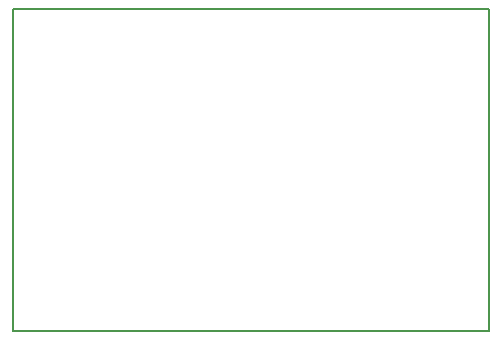
<source format=gbr>
%TF.GenerationSoftware,KiCad,Pcbnew,9.0.2*%
%TF.CreationDate,2025-08-30T18:06:16+02:00*%
%TF.ProjectId,Afterburner_Nano,41667465-7262-4757-926e-65725f4e616e,rev?*%
%TF.SameCoordinates,Original*%
%TF.FileFunction,Profile,NP*%
%FSLAX46Y46*%
G04 Gerber Fmt 4.6, Leading zero omitted, Abs format (unit mm)*
G04 Created by KiCad (PCBNEW 9.0.2) date 2025-08-30 18:06:16*
%MOMM*%
%LPD*%
G01*
G04 APERTURE LIST*
%TA.AperFunction,Profile*%
%ADD10C,0.200000*%
%TD*%
G04 APERTURE END LIST*
D10*
X174750000Y-18295000D02*
X215000000Y-18295000D01*
X215000000Y-45500000D01*
X174750000Y-45500000D01*
X174750000Y-18295000D01*
M02*

</source>
